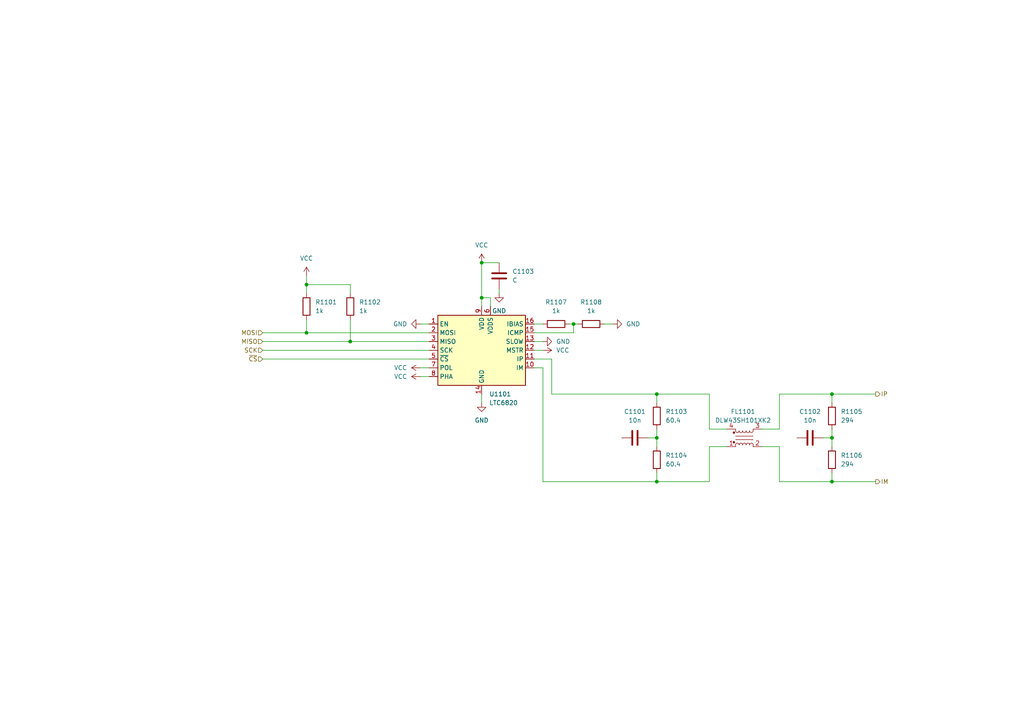
<source format=kicad_sch>
(kicad_sch (version 20230121) (generator eeschema)

  (uuid bf9090e9-61d8-4c35-805a-5abf6d8f0081)

  (paper "A4")

  (lib_symbols
    (symbol "Device:C" (pin_numbers hide) (pin_names (offset 0.254)) (in_bom yes) (on_board yes)
      (property "Reference" "C" (at 0.635 2.54 0)
        (effects (font (size 1.27 1.27)) (justify left))
      )
      (property "Value" "C" (at 0.635 -2.54 0)
        (effects (font (size 1.27 1.27)) (justify left))
      )
      (property "Footprint" "" (at 0.9652 -3.81 0)
        (effects (font (size 1.27 1.27)) hide)
      )
      (property "Datasheet" "~" (at 0 0 0)
        (effects (font (size 1.27 1.27)) hide)
      )
      (property "ki_keywords" "cap capacitor" (at 0 0 0)
        (effects (font (size 1.27 1.27)) hide)
      )
      (property "ki_description" "Unpolarized capacitor" (at 0 0 0)
        (effects (font (size 1.27 1.27)) hide)
      )
      (property "ki_fp_filters" "C_*" (at 0 0 0)
        (effects (font (size 1.27 1.27)) hide)
      )
      (symbol "C_0_1"
        (polyline
          (pts
            (xy -2.032 -0.762)
            (xy 2.032 -0.762)
          )
          (stroke (width 0.508) (type default))
          (fill (type none))
        )
        (polyline
          (pts
            (xy -2.032 0.762)
            (xy 2.032 0.762)
          )
          (stroke (width 0.508) (type default))
          (fill (type none))
        )
      )
      (symbol "C_1_1"
        (pin passive line (at 0 3.81 270) (length 2.794)
          (name "~" (effects (font (size 1.27 1.27))))
          (number "1" (effects (font (size 1.27 1.27))))
        )
        (pin passive line (at 0 -3.81 90) (length 2.794)
          (name "~" (effects (font (size 1.27 1.27))))
          (number "2" (effects (font (size 1.27 1.27))))
        )
      )
    )
    (symbol "Device:R" (pin_numbers hide) (pin_names (offset 0)) (in_bom yes) (on_board yes)
      (property "Reference" "R" (at 2.032 0 90)
        (effects (font (size 1.27 1.27)))
      )
      (property "Value" "R" (at 0 0 90)
        (effects (font (size 1.27 1.27)))
      )
      (property "Footprint" "" (at -1.778 0 90)
        (effects (font (size 1.27 1.27)) hide)
      )
      (property "Datasheet" "~" (at 0 0 0)
        (effects (font (size 1.27 1.27)) hide)
      )
      (property "ki_keywords" "R res resistor" (at 0 0 0)
        (effects (font (size 1.27 1.27)) hide)
      )
      (property "ki_description" "Resistor" (at 0 0 0)
        (effects (font (size 1.27 1.27)) hide)
      )
      (property "ki_fp_filters" "R_*" (at 0 0 0)
        (effects (font (size 1.27 1.27)) hide)
      )
      (symbol "R_0_1"
        (rectangle (start -1.016 -2.54) (end 1.016 2.54)
          (stroke (width 0.254) (type default))
          (fill (type none))
        )
      )
      (symbol "R_1_1"
        (pin passive line (at 0 3.81 270) (length 1.27)
          (name "~" (effects (font (size 1.27 1.27))))
          (number "1" (effects (font (size 1.27 1.27))))
        )
        (pin passive line (at 0 -3.81 90) (length 1.27)
          (name "~" (effects (font (size 1.27 1.27))))
          (number "2" (effects (font (size 1.27 1.27))))
        )
      )
    )
    (symbol "ProjectEV:CommonModeChoke_DLW43SH101" (pin_names (offset 0.254) hide) (in_bom yes) (on_board yes)
      (property "Reference" "FL" (at 0 4.445 0)
        (effects (font (size 1.27 1.27)))
      )
      (property "Value" "DLW43SH101" (at 0 -4.445 0)
        (effects (font (size 1.27 1.27)))
      )
      (property "Footprint" "ProjectEV:CommonModeChoke_DLW43SH101" (at 0 1.016 0)
        (effects (font (size 1.27 1.27)) hide)
      )
      (property "Datasheet" "https://www.murata.com/en-eu/products/productdata/8796758605854/QFLC9101.pdf" (at 0 1.016 0)
        (effects (font (size 1.27 1.27)) hide)
      )
      (property "ki_keywords" "EMI filter" (at 0 0 0)
        (effects (font (size 1.27 1.27)) hide)
      )
      (property "ki_description" "100 uH at 1 MHz, 50 VDC, 200 mA, 2 Ohms" (at 0 0 0)
        (effects (font (size 1.27 1.27)) hide)
      )
      (property "ki_fp_filters" "L_* L_CommonMode*" (at 0 0 0)
        (effects (font (size 1.27 1.27)) hide)
      )
      (symbol "CommonModeChoke_DLW43SH101_0_1"
        (circle (center -3.048 -1.27) (radius 0.254)
          (stroke (width 0) (type default))
          (fill (type outline))
        )
        (circle (center -3.048 1.524) (radius 0.254)
          (stroke (width 0) (type default))
          (fill (type outline))
        )
        (arc (start -2.54 2.032) (mid -2.032 1.5262) (end -1.524 2.032)
          (stroke (width 0) (type default))
          (fill (type none))
        )
        (arc (start -1.524 -2.032) (mid -2.032 -1.5262) (end -2.54 -2.032)
          (stroke (width 0) (type default))
          (fill (type none))
        )
        (arc (start -1.524 2.032) (mid -1.016 1.5262) (end -0.508 2.032)
          (stroke (width 0) (type default))
          (fill (type none))
        )
        (arc (start -0.508 -2.032) (mid -1.016 -1.5262) (end -1.524 -2.032)
          (stroke (width 0) (type default))
          (fill (type none))
        )
        (arc (start -0.508 2.032) (mid 0 1.5262) (end 0.508 2.032)
          (stroke (width 0) (type default))
          (fill (type none))
        )
        (polyline
          (pts
            (xy -2.54 -2.032)
            (xy -2.54 -2.54)
          )
          (stroke (width 0) (type default))
          (fill (type none))
        )
        (polyline
          (pts
            (xy -2.54 0.508)
            (xy 2.54 0.508)
          )
          (stroke (width 0) (type default))
          (fill (type none))
        )
        (polyline
          (pts
            (xy -2.54 2.032)
            (xy -2.54 2.54)
          )
          (stroke (width 0) (type default))
          (fill (type none))
        )
        (polyline
          (pts
            (xy 2.54 -2.032)
            (xy 2.54 -2.54)
          )
          (stroke (width 0) (type default))
          (fill (type none))
        )
        (polyline
          (pts
            (xy 2.54 -0.508)
            (xy -2.54 -0.508)
          )
          (stroke (width 0) (type default))
          (fill (type none))
        )
        (polyline
          (pts
            (xy 2.54 2.54)
            (xy 2.54 2.032)
          )
          (stroke (width 0) (type default))
          (fill (type none))
        )
        (arc (start 0.508 -2.032) (mid 0 -1.5262) (end -0.508 -2.032)
          (stroke (width 0) (type default))
          (fill (type none))
        )
        (arc (start 0.508 2.032) (mid 1.016 1.5262) (end 1.524 2.032)
          (stroke (width 0) (type default))
          (fill (type none))
        )
        (arc (start 1.524 -2.032) (mid 1.016 -1.5262) (end 0.508 -2.032)
          (stroke (width 0) (type default))
          (fill (type none))
        )
        (arc (start 1.524 2.032) (mid 2.032 1.5262) (end 2.54 2.032)
          (stroke (width 0) (type default))
          (fill (type none))
        )
        (arc (start 2.54 -2.032) (mid 2.032 -1.5262) (end 1.524 -2.032)
          (stroke (width 0) (type default))
          (fill (type none))
        )
      )
      (symbol "CommonModeChoke_DLW43SH101_1_1"
        (pin passive line (at -5.08 -2.54 0) (length 2.54)
          (name "1" (effects (font (size 1.27 1.27))))
          (number "1" (effects (font (size 1.27 1.27))))
        )
        (pin passive line (at 5.08 -2.54 180) (length 2.54)
          (name "2" (effects (font (size 1.27 1.27))))
          (number "2" (effects (font (size 1.27 1.27))))
        )
        (pin passive line (at 5.08 2.54 180) (length 2.54)
          (name "3" (effects (font (size 1.27 1.27))))
          (number "3" (effects (font (size 1.27 1.27))))
        )
        (pin passive line (at -5.08 2.54 0) (length 2.54)
          (name "4" (effects (font (size 1.27 1.27))))
          (number "4" (effects (font (size 1.27 1.27))))
        )
      )
    )
    (symbol "ProjectEV:Interface_LTC6820" (in_bom yes) (on_board yes)
      (property "Reference" "U" (at -10.16 13.97 0)
        (effects (font (size 1.27 1.27)))
      )
      (property "Value" "LTC6820" (at -7.62 11.43 0)
        (effects (font (size 1.27 1.27)))
      )
      (property "Footprint" "ProjectEV:Package_MSOP-16_3x4.039mm_P0.5mm_LTC6820" (at 0 0 0)
        (effects (font (size 1.27 1.27)) hide)
      )
      (property "Datasheet" "https://www.analog.com/media/en/technical-documentation/data-sheets/LTC6820.pdf" (at 0 -21.59 0)
        (effects (font (size 1.27 1.27)) hide)
      )
      (property "ki_description" "isoSPI interface" (at 0 0 0)
        (effects (font (size 1.27 1.27)) hide)
      )
      (symbol "Interface_LTC6820_1_1"
        (rectangle (start -12.7 10.16) (end 12.7 -10.16)
          (stroke (width 0.254) (type default))
          (fill (type background))
        )
        (pin passive line (at -15.24 7.62 0) (length 2.54)
          (name "EN" (effects (font (size 1.27 1.27))))
          (number "1" (effects (font (size 1.27 1.27))))
        )
        (pin passive line (at 15.24 -5.08 180) (length 2.54)
          (name "IM" (effects (font (size 1.27 1.27))))
          (number "10" (effects (font (size 1.27 1.27))))
        )
        (pin passive line (at 15.24 -2.54 180) (length 2.54)
          (name "IP" (effects (font (size 1.27 1.27))))
          (number "11" (effects (font (size 1.27 1.27))))
        )
        (pin passive line (at 15.24 0 180) (length 2.54)
          (name "MSTR" (effects (font (size 1.27 1.27))))
          (number "12" (effects (font (size 1.27 1.27))))
        )
        (pin passive line (at 15.24 2.54 180) (length 2.54)
          (name "SLOW" (effects (font (size 1.27 1.27))))
          (number "13" (effects (font (size 1.27 1.27))))
        )
        (pin passive line (at 0 -12.7 90) (length 2.54)
          (name "GND" (effects (font (size 1.27 1.27))))
          (number "14" (effects (font (size 1.27 1.27))))
        )
        (pin passive line (at 15.24 5.08 180) (length 2.54)
          (name "ICMP" (effects (font (size 1.27 1.27))))
          (number "15" (effects (font (size 1.27 1.27))))
        )
        (pin passive line (at 15.24 7.62 180) (length 2.54)
          (name "IBIAS" (effects (font (size 1.27 1.27))))
          (number "16" (effects (font (size 1.27 1.27))))
        )
        (pin passive line (at -15.24 5.08 0) (length 2.54)
          (name "MOSI" (effects (font (size 1.27 1.27))))
          (number "2" (effects (font (size 1.27 1.27))))
        )
        (pin passive line (at -15.24 2.54 0) (length 2.54)
          (name "MISO" (effects (font (size 1.27 1.27))))
          (number "3" (effects (font (size 1.27 1.27))))
        )
        (pin passive line (at -15.24 0 0) (length 2.54)
          (name "SCK" (effects (font (size 1.27 1.27))))
          (number "4" (effects (font (size 1.27 1.27))))
        )
        (pin passive line (at -15.24 -2.54 0) (length 2.54)
          (name "~{CS}" (effects (font (size 1.27 1.27))))
          (number "5" (effects (font (size 1.27 1.27))))
        )
        (pin power_in line (at 2.54 12.7 270) (length 2.54)
          (name "VDDS" (effects (font (size 1.27 1.27))))
          (number "6" (effects (font (size 1.27 1.27))))
        )
        (pin passive line (at -15.24 -5.08 0) (length 2.54)
          (name "POL" (effects (font (size 1.27 1.27))))
          (number "7" (effects (font (size 1.27 1.27))))
        )
        (pin passive line (at -15.24 -7.62 0) (length 2.54)
          (name "PHA" (effects (font (size 1.27 1.27))))
          (number "8" (effects (font (size 1.27 1.27))))
        )
        (pin power_in line (at 0 12.7 270) (length 2.54)
          (name "VDD" (effects (font (size 1.27 1.27))))
          (number "9" (effects (font (size 1.27 1.27))))
        )
      )
    )
    (symbol "power:GND" (power) (pin_names (offset 0)) (in_bom yes) (on_board yes)
      (property "Reference" "#PWR" (at 0 -6.35 0)
        (effects (font (size 1.27 1.27)) hide)
      )
      (property "Value" "GND" (at 0 -3.81 0)
        (effects (font (size 1.27 1.27)))
      )
      (property "Footprint" "" (at 0 0 0)
        (effects (font (size 1.27 1.27)) hide)
      )
      (property "Datasheet" "" (at 0 0 0)
        (effects (font (size 1.27 1.27)) hide)
      )
      (property "ki_keywords" "global power" (at 0 0 0)
        (effects (font (size 1.27 1.27)) hide)
      )
      (property "ki_description" "Power symbol creates a global label with name \"GND\" , ground" (at 0 0 0)
        (effects (font (size 1.27 1.27)) hide)
      )
      (symbol "GND_0_1"
        (polyline
          (pts
            (xy 0 0)
            (xy 0 -1.27)
            (xy 1.27 -1.27)
            (xy 0 -2.54)
            (xy -1.27 -1.27)
            (xy 0 -1.27)
          )
          (stroke (width 0) (type default))
          (fill (type none))
        )
      )
      (symbol "GND_1_1"
        (pin power_in line (at 0 0 270) (length 0) hide
          (name "GND" (effects (font (size 1.27 1.27))))
          (number "1" (effects (font (size 1.27 1.27))))
        )
      )
    )
    (symbol "power:VCC" (power) (pin_names (offset 0)) (in_bom yes) (on_board yes)
      (property "Reference" "#PWR" (at 0 -3.81 0)
        (effects (font (size 1.27 1.27)) hide)
      )
      (property "Value" "VCC" (at 0 3.81 0)
        (effects (font (size 1.27 1.27)))
      )
      (property "Footprint" "" (at 0 0 0)
        (effects (font (size 1.27 1.27)) hide)
      )
      (property "Datasheet" "" (at 0 0 0)
        (effects (font (size 1.27 1.27)) hide)
      )
      (property "ki_keywords" "global power" (at 0 0 0)
        (effects (font (size 1.27 1.27)) hide)
      )
      (property "ki_description" "Power symbol creates a global label with name \"VCC\"" (at 0 0 0)
        (effects (font (size 1.27 1.27)) hide)
      )
      (symbol "VCC_0_1"
        (polyline
          (pts
            (xy -0.762 1.27)
            (xy 0 2.54)
          )
          (stroke (width 0) (type default))
          (fill (type none))
        )
        (polyline
          (pts
            (xy 0 0)
            (xy 0 2.54)
          )
          (stroke (width 0) (type default))
          (fill (type none))
        )
        (polyline
          (pts
            (xy 0 2.54)
            (xy 0.762 1.27)
          )
          (stroke (width 0) (type default))
          (fill (type none))
        )
      )
      (symbol "VCC_1_1"
        (pin power_in line (at 0 0 90) (length 0) hide
          (name "VCC" (effects (font (size 1.27 1.27))))
          (number "1" (effects (font (size 1.27 1.27))))
        )
      )
    )
  )

  (junction (at 88.9 96.52) (diameter 0) (color 0 0 0 0)
    (uuid 02518b4a-3146-4f3b-b5c4-1efa8e5fb99f)
  )
  (junction (at 190.5 139.7) (diameter 0) (color 0 0 0 0)
    (uuid 1344bce7-a0d9-4417-bb28-e959fc4354b5)
  )
  (junction (at 88.9 82.55) (diameter 0) (color 0 0 0 0)
    (uuid 329c14ec-f3f7-4318-9fae-855435625701)
  )
  (junction (at 139.7 76.2) (diameter 0) (color 0 0 0 0)
    (uuid 3bd3fce1-aa5b-4cda-a6b5-7571303a93f9)
  )
  (junction (at 190.5 127) (diameter 0) (color 0 0 0 0)
    (uuid 3da18605-34a8-450c-b669-38f5dca25a49)
  )
  (junction (at 101.6 99.06) (diameter 0) (color 0 0 0 0)
    (uuid 54f9bb1f-f94d-4671-aa17-d547e4ffe2da)
  )
  (junction (at 241.3 127) (diameter 0) (color 0 0 0 0)
    (uuid 819c6c58-cb92-4c60-a251-7a7f119a99e9)
  )
  (junction (at 241.3 139.7) (diameter 0) (color 0 0 0 0)
    (uuid 94bc63c1-0295-472f-8247-5ec7ac629317)
  )
  (junction (at 190.5 114.3) (diameter 0) (color 0 0 0 0)
    (uuid 9d297a1f-be60-4f3d-9f42-fc8640114e7f)
  )
  (junction (at 241.3 114.3) (diameter 0) (color 0 0 0 0)
    (uuid b226dfb9-120b-4ff6-ad11-82b87054a06f)
  )
  (junction (at 139.7 86.36) (diameter 0) (color 0 0 0 0)
    (uuid bcdb55e3-a76b-4d55-99d7-fc9f9c9811ba)
  )
  (junction (at 166.37 93.98) (diameter 0) (color 0 0 0 0)
    (uuid e492bb16-706d-4a49-8053-38d34feb29a8)
  )

  (wire (pts (xy 205.74 129.54) (xy 210.82 129.54))
    (stroke (width 0) (type default))
    (uuid 0e788a5f-f7fe-406d-9934-f30c650d6883)
  )
  (wire (pts (xy 160.02 114.3) (xy 190.5 114.3))
    (stroke (width 0) (type default))
    (uuid 0f6414fc-9071-4923-9af6-a4cc3fa20264)
  )
  (wire (pts (xy 205.74 139.7) (xy 205.74 129.54))
    (stroke (width 0) (type default))
    (uuid 13115cb2-d73c-4132-ae1d-f6912d46fadc)
  )
  (wire (pts (xy 241.3 139.7) (xy 254 139.7))
    (stroke (width 0) (type default))
    (uuid 165cd96d-ee6c-4a09-9cb5-fee893d10793)
  )
  (wire (pts (xy 165.1 93.98) (xy 166.37 93.98))
    (stroke (width 0) (type default))
    (uuid 16fd9865-2eee-49d9-a941-461f6aed0db1)
  )
  (wire (pts (xy 101.6 92.71) (xy 101.6 99.06))
    (stroke (width 0) (type default))
    (uuid 17ff94bc-e937-4d3d-bd9e-18f28af305c5)
  )
  (wire (pts (xy 241.3 114.3) (xy 254 114.3))
    (stroke (width 0) (type default))
    (uuid 240ae554-6961-40ec-9b4c-ea8e0281e25c)
  )
  (wire (pts (xy 76.2 104.14) (xy 124.46 104.14))
    (stroke (width 0) (type default))
    (uuid 2961abdd-e925-436e-b808-c10494373cc0)
  )
  (wire (pts (xy 160.02 104.14) (xy 160.02 114.3))
    (stroke (width 0) (type default))
    (uuid 2c48c50b-41fa-46ea-99b3-607ebd89566e)
  )
  (wire (pts (xy 88.9 80.01) (xy 88.9 82.55))
    (stroke (width 0) (type default))
    (uuid 3190a40f-48ac-42b3-a2ac-5a93f612d3e1)
  )
  (wire (pts (xy 101.6 85.09) (xy 101.6 82.55))
    (stroke (width 0) (type default))
    (uuid 33cd455c-daba-4b2c-b763-9b6c10467cce)
  )
  (wire (pts (xy 190.5 127) (xy 190.5 129.54))
    (stroke (width 0) (type default))
    (uuid 37ad425c-7c45-45d7-96f8-908dda4212b9)
  )
  (wire (pts (xy 121.92 93.98) (xy 124.46 93.98))
    (stroke (width 0) (type default))
    (uuid 38f10293-f652-4bac-ba55-a4d1437b6a9e)
  )
  (wire (pts (xy 154.94 96.52) (xy 166.37 96.52))
    (stroke (width 0) (type default))
    (uuid 3f1784cc-af70-48b0-8a31-a1538b248d7f)
  )
  (wire (pts (xy 76.2 96.52) (xy 88.9 96.52))
    (stroke (width 0) (type default))
    (uuid 4590f805-c515-4b1f-b70c-9f0cc81ef4e6)
  )
  (wire (pts (xy 226.06 129.54) (xy 220.98 129.54))
    (stroke (width 0) (type default))
    (uuid 4c426a1f-3b02-4e65-9adc-09d0f423d454)
  )
  (wire (pts (xy 166.37 96.52) (xy 166.37 93.98))
    (stroke (width 0) (type default))
    (uuid 4cd2cc97-b06f-4e23-9ada-c66986d5d028)
  )
  (wire (pts (xy 139.7 114.3) (xy 139.7 116.84))
    (stroke (width 0) (type default))
    (uuid 4d6fb0ae-0541-4905-a0eb-6c44867cf289)
  )
  (wire (pts (xy 157.48 106.68) (xy 157.48 139.7))
    (stroke (width 0) (type default))
    (uuid 51681c5b-115d-44e1-88e1-eb34b0eeee9a)
  )
  (wire (pts (xy 238.76 127) (xy 241.3 127))
    (stroke (width 0) (type default))
    (uuid 55be5d71-c0ad-482a-81f8-2fd8994eba45)
  )
  (wire (pts (xy 166.37 93.98) (xy 167.64 93.98))
    (stroke (width 0) (type default))
    (uuid 572f834e-eacb-4a5d-be0d-6d5c893f0065)
  )
  (wire (pts (xy 144.78 83.82) (xy 144.78 85.09))
    (stroke (width 0) (type default))
    (uuid 5a583204-b587-497d-946b-0908fb3ec705)
  )
  (wire (pts (xy 220.98 124.46) (xy 226.06 124.46))
    (stroke (width 0) (type default))
    (uuid 5e2e16dc-f2e9-4668-b6a9-131ef21b689f)
  )
  (wire (pts (xy 241.3 114.3) (xy 241.3 116.84))
    (stroke (width 0) (type default))
    (uuid 607a9438-e93b-42a7-b596-78c1279e2ee4)
  )
  (wire (pts (xy 190.5 114.3) (xy 190.5 116.84))
    (stroke (width 0) (type default))
    (uuid 67d65802-5168-4432-957e-05e3466b60b7)
  )
  (wire (pts (xy 175.26 93.98) (xy 177.8 93.98))
    (stroke (width 0) (type default))
    (uuid 67e980fc-8399-402f-a8ad-7e35faf98000)
  )
  (wire (pts (xy 205.74 114.3) (xy 205.74 124.46))
    (stroke (width 0) (type default))
    (uuid 74cfec89-85f2-476b-93b8-c106f78ffbd6)
  )
  (wire (pts (xy 139.7 86.36) (xy 139.7 88.9))
    (stroke (width 0) (type default))
    (uuid 82a5f2d4-4136-4503-a60a-d676152171bc)
  )
  (wire (pts (xy 154.94 106.68) (xy 157.48 106.68))
    (stroke (width 0) (type default))
    (uuid 8405a496-1ff7-4ad4-9486-72664eff954f)
  )
  (wire (pts (xy 154.94 104.14) (xy 160.02 104.14))
    (stroke (width 0) (type default))
    (uuid 862c2600-3ba2-4ec2-af91-937c1f613a75)
  )
  (wire (pts (xy 226.06 114.3) (xy 241.3 114.3))
    (stroke (width 0) (type default))
    (uuid 8faae88f-e376-4fa5-a5f9-e144463f2271)
  )
  (wire (pts (xy 76.2 101.6) (xy 124.46 101.6))
    (stroke (width 0) (type default))
    (uuid 90be2d35-dda3-49ec-9fa0-c076489f469f)
  )
  (wire (pts (xy 241.3 137.16) (xy 241.3 139.7))
    (stroke (width 0) (type default))
    (uuid 91587f42-8a83-4b96-a618-3fbdceb707ec)
  )
  (wire (pts (xy 76.2 99.06) (xy 101.6 99.06))
    (stroke (width 0) (type default))
    (uuid 92c1e05d-da53-4c79-9bc7-92d7ecc5b74b)
  )
  (wire (pts (xy 88.9 82.55) (xy 88.9 85.09))
    (stroke (width 0) (type default))
    (uuid 96bed544-9222-42fd-b1d0-b54876d07e0a)
  )
  (wire (pts (xy 190.5 114.3) (xy 205.74 114.3))
    (stroke (width 0) (type default))
    (uuid 96fb4be2-6137-4e0d-bff2-005747fb76f7)
  )
  (wire (pts (xy 190.5 124.46) (xy 190.5 127))
    (stroke (width 0) (type default))
    (uuid 9831bbec-4d89-466c-baeb-bd29c306c0f7)
  )
  (wire (pts (xy 121.92 106.68) (xy 124.46 106.68))
    (stroke (width 0) (type default))
    (uuid 9be365ac-142d-4fca-b0ea-397bc94b9c51)
  )
  (wire (pts (xy 142.24 88.9) (xy 142.24 86.36))
    (stroke (width 0) (type default))
    (uuid a139eecc-87ae-43f5-8097-2fe74d02658a)
  )
  (wire (pts (xy 88.9 96.52) (xy 124.46 96.52))
    (stroke (width 0) (type default))
    (uuid a612eede-d98b-459c-9641-9d52b85f0fa8)
  )
  (wire (pts (xy 241.3 127) (xy 241.3 129.54))
    (stroke (width 0) (type default))
    (uuid a8493f07-2747-47cb-9577-452c23748712)
  )
  (wire (pts (xy 121.92 109.22) (xy 124.46 109.22))
    (stroke (width 0) (type default))
    (uuid ae83f09e-693e-4752-9282-389529b33af0)
  )
  (wire (pts (xy 154.94 93.98) (xy 157.48 93.98))
    (stroke (width 0) (type default))
    (uuid b3005d75-18be-433e-a114-c869edd88aef)
  )
  (wire (pts (xy 101.6 99.06) (xy 124.46 99.06))
    (stroke (width 0) (type default))
    (uuid bee8605a-8f08-44f8-b884-da32fa3bb719)
  )
  (wire (pts (xy 157.48 139.7) (xy 190.5 139.7))
    (stroke (width 0) (type default))
    (uuid c3b786e4-e4f8-4909-a3a6-2fa88dad5e72)
  )
  (wire (pts (xy 101.6 82.55) (xy 88.9 82.55))
    (stroke (width 0) (type default))
    (uuid c55f78bb-0ea9-4f42-9e86-da1e3905b899)
  )
  (wire (pts (xy 190.5 139.7) (xy 205.74 139.7))
    (stroke (width 0) (type default))
    (uuid c675c542-fa42-4880-b6ba-872775902790)
  )
  (wire (pts (xy 190.5 137.16) (xy 190.5 139.7))
    (stroke (width 0) (type default))
    (uuid cdf6efeb-5ced-4390-82b7-9e915a2efb67)
  )
  (wire (pts (xy 142.24 86.36) (xy 139.7 86.36))
    (stroke (width 0) (type default))
    (uuid cfea0c43-677c-44e6-ba65-88fd45dd8956)
  )
  (wire (pts (xy 187.96 127) (xy 190.5 127))
    (stroke (width 0) (type default))
    (uuid dbba1ec3-be93-454c-b23c-c4c99ebeaa3b)
  )
  (wire (pts (xy 88.9 92.71) (xy 88.9 96.52))
    (stroke (width 0) (type default))
    (uuid dd898aae-94b8-4334-9354-eb18d1722376)
  )
  (wire (pts (xy 205.74 124.46) (xy 210.82 124.46))
    (stroke (width 0) (type default))
    (uuid e29eac2d-aac4-4d2c-83c3-454ec8d58522)
  )
  (wire (pts (xy 241.3 124.46) (xy 241.3 127))
    (stroke (width 0) (type default))
    (uuid e82d2f3a-5d7e-43a2-a31e-2c009bf8ab9a)
  )
  (wire (pts (xy 241.3 139.7) (xy 226.06 139.7))
    (stroke (width 0) (type default))
    (uuid ed9ecaa2-81fc-450f-ba9f-6410748a0a95)
  )
  (wire (pts (xy 154.94 101.6) (xy 157.48 101.6))
    (stroke (width 0) (type default))
    (uuid f17152ca-4ec8-43f6-aa51-c9e9e1268cfc)
  )
  (wire (pts (xy 226.06 124.46) (xy 226.06 114.3))
    (stroke (width 0) (type default))
    (uuid f3ec0d9a-9b2c-45e9-85fd-ab00b65bc731)
  )
  (wire (pts (xy 154.94 99.06) (xy 157.48 99.06))
    (stroke (width 0) (type default))
    (uuid f813f6f9-2ebb-4f4d-80d0-4a96493d9019)
  )
  (wire (pts (xy 139.7 76.2) (xy 139.7 86.36))
    (stroke (width 0) (type default))
    (uuid fc4ce56b-c228-46f2-bd3b-c4f4394ac09e)
  )
  (wire (pts (xy 226.06 139.7) (xy 226.06 129.54))
    (stroke (width 0) (type default))
    (uuid fe6add26-0c23-4229-8eab-831b6075c88e)
  )
  (wire (pts (xy 139.7 76.2) (xy 144.78 76.2))
    (stroke (width 0) (type default))
    (uuid ffd78a32-d7c1-499f-89ab-046598445f47)
  )

  (hierarchical_label "~{CS}" (shape input) (at 76.2 104.14 180) (fields_autoplaced)
    (effects (font (size 1.27 1.27)) (justify right))
    (uuid 1dc29df9-f769-498f-ae5f-333a2461c036)
  )
  (hierarchical_label "SCK" (shape input) (at 76.2 101.6 180) (fields_autoplaced)
    (effects (font (size 1.27 1.27)) (justify right))
    (uuid 23c9992c-5297-4ec8-8781-ecad3c284445)
  )
  (hierarchical_label "MOSI" (shape input) (at 76.2 96.52 180) (fields_autoplaced)
    (effects (font (size 1.27 1.27)) (justify right))
    (uuid 2c9bf147-6870-4d4b-bd91-f9e2a09de681)
  )
  (hierarchical_label "IM" (shape output) (at 254 139.7 0) (fields_autoplaced)
    (effects (font (size 1.27 1.27)) (justify left))
    (uuid 3c9631ec-bc1c-4220-9c1d-5947f74930d1)
  )
  (hierarchical_label "IP" (shape output) (at 254 114.3 0) (fields_autoplaced)
    (effects (font (size 1.27 1.27)) (justify left))
    (uuid 6f9a6c1a-6a40-4648-9598-7c8ca8a7b6f5)
  )
  (hierarchical_label "MISO" (shape input) (at 76.2 99.06 180) (fields_autoplaced)
    (effects (font (size 1.27 1.27)) (justify right))
    (uuid ae70c457-92d5-40ed-af0b-1d416d6e6453)
  )

  (symbol (lib_id "Device:R") (at 190.5 133.35 180) (unit 1)
    (in_bom yes) (on_board yes) (dnp no) (fields_autoplaced)
    (uuid 0108ea9d-1f41-49a4-bdb2-0daf34e571ca)
    (property "Reference" "R1104" (at 193.04 132.08 0)
      (effects (font (size 1.27 1.27)) (justify right))
    )
    (property "Value" "60.4" (at 193.04 134.62 0)
      (effects (font (size 1.27 1.27)) (justify right))
    )
    (property "Footprint" "Resistor_SMD:R_0603_1608Metric" (at 192.278 133.35 90)
      (effects (font (size 1.27 1.27)) hide)
    )
    (property "Datasheet" "~" (at 190.5 133.35 0)
      (effects (font (size 1.27 1.27)) hide)
    )
    (pin "1" (uuid 539078ca-3448-48eb-9508-177e0cd85a1f))
    (pin "2" (uuid 0530c6b7-5165-4492-9a78-758f4c72595c))
    (instances
      (project "AMS-board-2024"
        (path "/3a719eb3-09ce-4343-8f6e-20cc0aaf5261/6c88c007-deae-4ed6-a37c-9d5c4c750b8f/e78e9a17-6dfa-4790-b63f-83a7a3017fa5"
          (reference "R1104") (unit 1)
        )
      )
    )
  )

  (symbol (lib_id "power:GND") (at 177.8 93.98 90) (unit 1)
    (in_bom yes) (on_board yes) (dnp no) (fields_autoplaced)
    (uuid 0a55a70c-5d90-4ea0-9494-9056400ee650)
    (property "Reference" "#PWR01109" (at 184.15 93.98 0)
      (effects (font (size 1.27 1.27)) hide)
    )
    (property "Value" "GND" (at 181.61 93.98 90)
      (effects (font (size 1.27 1.27)) (justify right))
    )
    (property "Footprint" "" (at 177.8 93.98 0)
      (effects (font (size 1.27 1.27)) hide)
    )
    (property "Datasheet" "" (at 177.8 93.98 0)
      (effects (font (size 1.27 1.27)) hide)
    )
    (pin "1" (uuid 26cb52a8-1c0f-4c58-a333-59ccb1039fd0))
    (instances
      (project "AMS-board-2024"
        (path "/3a719eb3-09ce-4343-8f6e-20cc0aaf5261/6c88c007-deae-4ed6-a37c-9d5c4c750b8f/e78e9a17-6dfa-4790-b63f-83a7a3017fa5"
          (reference "#PWR01109") (unit 1)
        )
      )
    )
  )

  (symbol (lib_id "power:VCC") (at 121.92 109.22 90) (unit 1)
    (in_bom yes) (on_board yes) (dnp no) (fields_autoplaced)
    (uuid 36ea6bd4-dba0-45a3-aa64-565d8e307b5b)
    (property "Reference" "#PWR01103" (at 125.73 109.22 0)
      (effects (font (size 1.27 1.27)) hide)
    )
    (property "Value" "VCC" (at 118.11 109.22 90)
      (effects (font (size 1.27 1.27)) (justify left))
    )
    (property "Footprint" "" (at 121.92 109.22 0)
      (effects (font (size 1.27 1.27)) hide)
    )
    (property "Datasheet" "" (at 121.92 109.22 0)
      (effects (font (size 1.27 1.27)) hide)
    )
    (pin "1" (uuid 7957c67e-7d0e-403f-8d81-2211b35ef8b7))
    (instances
      (project "AMS-board-2024"
        (path "/3a719eb3-09ce-4343-8f6e-20cc0aaf5261/6c88c007-deae-4ed6-a37c-9d5c4c750b8f/e78e9a17-6dfa-4790-b63f-83a7a3017fa5"
          (reference "#PWR01103") (unit 1)
        )
      )
    )
  )

  (symbol (lib_id "Device:R") (at 161.29 93.98 270) (unit 1)
    (in_bom yes) (on_board yes) (dnp no) (fields_autoplaced)
    (uuid 5dab34dd-4b7a-4098-a3ba-eaad25b85290)
    (property "Reference" "R1107" (at 161.29 87.63 90)
      (effects (font (size 1.27 1.27)))
    )
    (property "Value" "1k" (at 161.29 90.17 90)
      (effects (font (size 1.27 1.27)))
    )
    (property "Footprint" "Resistor_SMD:R_0603_1608Metric" (at 161.29 92.202 90)
      (effects (font (size 1.27 1.27)) hide)
    )
    (property "Datasheet" "~" (at 161.29 93.98 0)
      (effects (font (size 1.27 1.27)) hide)
    )
    (pin "1" (uuid 8b8ce9a0-cfff-4929-b9ec-06f203678945))
    (pin "2" (uuid 8db81d8b-c431-44a6-8092-527bc4439062))
    (instances
      (project "AMS-board-2024"
        (path "/3a719eb3-09ce-4343-8f6e-20cc0aaf5261/6c88c007-deae-4ed6-a37c-9d5c4c750b8f/e78e9a17-6dfa-4790-b63f-83a7a3017fa5"
          (reference "R1107") (unit 1)
        )
      )
    )
  )

  (symbol (lib_id "power:GND") (at 139.7 116.84 0) (unit 1)
    (in_bom yes) (on_board yes) (dnp no) (fields_autoplaced)
    (uuid 601e3a44-0033-4fa5-a8ff-2420595abbaf)
    (property "Reference" "#PWR01106" (at 139.7 123.19 0)
      (effects (font (size 1.27 1.27)) hide)
    )
    (property "Value" "GND" (at 139.7 121.92 0)
      (effects (font (size 1.27 1.27)))
    )
    (property "Footprint" "" (at 139.7 116.84 0)
      (effects (font (size 1.27 1.27)) hide)
    )
    (property "Datasheet" "" (at 139.7 116.84 0)
      (effects (font (size 1.27 1.27)) hide)
    )
    (pin "1" (uuid 07808033-bfe7-4e80-823d-a18bf69a0e3a))
    (instances
      (project "AMS-board-2024"
        (path "/3a719eb3-09ce-4343-8f6e-20cc0aaf5261/6c88c007-deae-4ed6-a37c-9d5c4c750b8f/e78e9a17-6dfa-4790-b63f-83a7a3017fa5"
          (reference "#PWR01106") (unit 1)
        )
      )
    )
  )

  (symbol (lib_id "Device:R") (at 101.6 88.9 0) (unit 1)
    (in_bom yes) (on_board yes) (dnp no) (fields_autoplaced)
    (uuid 6bb45356-cf52-49b0-a639-42d52eb9e64c)
    (property "Reference" "R1102" (at 104.14 87.63 0)
      (effects (font (size 1.27 1.27)) (justify left))
    )
    (property "Value" "1k" (at 104.14 90.17 0)
      (effects (font (size 1.27 1.27)) (justify left))
    )
    (property "Footprint" "Resistor_SMD:R_0603_1608Metric" (at 99.822 88.9 90)
      (effects (font (size 1.27 1.27)) hide)
    )
    (property "Datasheet" "~" (at 101.6 88.9 0)
      (effects (font (size 1.27 1.27)) hide)
    )
    (pin "1" (uuid 3524612a-c314-4f36-85a4-573b6daede83))
    (pin "2" (uuid d838f0ce-7c29-4258-a6f8-7b5aa6248c14))
    (instances
      (project "AMS-board-2024"
        (path "/3a719eb3-09ce-4343-8f6e-20cc0aaf5261/6c88c007-deae-4ed6-a37c-9d5c4c750b8f/e78e9a17-6dfa-4790-b63f-83a7a3017fa5"
          (reference "R1102") (unit 1)
        )
      )
    )
  )

  (symbol (lib_id "ProjectEV:Interface_LTC6820") (at 139.7 101.6 0) (unit 1)
    (in_bom yes) (on_board yes) (dnp no) (fields_autoplaced)
    (uuid 6bb659ba-5d6f-41c3-a297-94b51077409a)
    (property "Reference" "U1101" (at 141.8941 114.3 0)
      (effects (font (size 1.27 1.27)) (justify left))
    )
    (property "Value" "LTC6820" (at 141.8941 116.84 0)
      (effects (font (size 1.27 1.27)) (justify left))
    )
    (property "Footprint" "ProjectEV:Package_MSOP-16_3x4.039mm_P0.5mm_LTC6820" (at 139.7 101.6 0)
      (effects (font (size 1.27 1.27)) hide)
    )
    (property "Datasheet" "https://www.analog.com/media/en/technical-documentation/data-sheets/LTC6820.pdf" (at 139.7 123.19 0)
      (effects (font (size 1.27 1.27)) hide)
    )
    (pin "1" (uuid cd14f600-5806-4cd8-b129-f34c34a87cdc))
    (pin "13" (uuid 5e0aca2f-0fbe-47e8-af8c-69c40ea90c44))
    (pin "15" (uuid 80679070-abab-44cf-bb5f-d571b35c10ea))
    (pin "16" (uuid a7d079d4-19bb-408f-a7b6-471812f9022b))
    (pin "5" (uuid 12486bf0-b93d-4a13-8ffc-6f050bb0ee45))
    (pin "14" (uuid 8bcfd727-2c5d-43e7-8134-26a105231138))
    (pin "12" (uuid 8dc53abc-bae6-48c6-aa2d-4ad66c9265ba))
    (pin "6" (uuid 697e74ab-f370-43f2-8a3f-96b816d2024c))
    (pin "8" (uuid 8a6c4bef-ea6d-43cd-aadd-72b2c012e24b))
    (pin "3" (uuid b455b841-353a-40ea-8a2f-319f278722aa))
    (pin "9" (uuid 02083aca-6480-42fc-ae78-bff274e2e959))
    (pin "2" (uuid f3c60a67-f5b6-4d81-8f55-28ed24c9fb3c))
    (pin "10" (uuid 04df4882-4493-4721-8344-088ee0c954f2))
    (pin "4" (uuid 4c5ddd82-2216-4a30-b9ba-bf3c8bd0954f))
    (pin "11" (uuid b0e7e4a7-2796-4c99-ba6e-ccfb7acf1813))
    (pin "7" (uuid 31d16a22-bb19-437a-b2e7-d7890a22c898))
    (instances
      (project "AMS-board-2024"
        (path "/3a719eb3-09ce-4343-8f6e-20cc0aaf5261/6c88c007-deae-4ed6-a37c-9d5c4c750b8f/e78e9a17-6dfa-4790-b63f-83a7a3017fa5"
          (reference "U1101") (unit 1)
        )
      )
    )
  )

  (symbol (lib_id "power:VCC") (at 139.7 76.2 0) (unit 1)
    (in_bom yes) (on_board yes) (dnp no) (fields_autoplaced)
    (uuid 6c505b8e-78bc-419f-915e-4ad867b9c8e3)
    (property "Reference" "#PWR01107" (at 139.7 80.01 0)
      (effects (font (size 1.27 1.27)) hide)
    )
    (property "Value" "VCC" (at 139.7 71.12 0)
      (effects (font (size 1.27 1.27)))
    )
    (property "Footprint" "" (at 139.7 76.2 0)
      (effects (font (size 1.27 1.27)) hide)
    )
    (property "Datasheet" "" (at 139.7 76.2 0)
      (effects (font (size 1.27 1.27)) hide)
    )
    (pin "1" (uuid 239c5043-d3be-457a-b20f-7e26e6aae38e))
    (instances
      (project "AMS-board-2024"
        (path "/3a719eb3-09ce-4343-8f6e-20cc0aaf5261/6c88c007-deae-4ed6-a37c-9d5c4c750b8f/e78e9a17-6dfa-4790-b63f-83a7a3017fa5"
          (reference "#PWR01107") (unit 1)
        )
      )
    )
  )

  (symbol (lib_id "Device:C") (at 184.15 127 90) (unit 1)
    (in_bom yes) (on_board yes) (dnp no) (fields_autoplaced)
    (uuid 739a5557-4a3d-4529-b4f8-4025215bec13)
    (property "Reference" "C1101" (at 184.15 119.38 90)
      (effects (font (size 1.27 1.27)))
    )
    (property "Value" "10n" (at 184.15 121.92 90)
      (effects (font (size 1.27 1.27)))
    )
    (property "Footprint" "Capacitor_SMD:C_0603_1608Metric" (at 187.96 126.0348 0)
      (effects (font (size 1.27 1.27)) hide)
    )
    (property "Datasheet" "~" (at 184.15 127 0)
      (effects (font (size 1.27 1.27)) hide)
    )
    (pin "1" (uuid cfb943d4-ecd5-4127-9502-65aa8b2a03ba))
    (pin "2" (uuid 17c508ba-3834-4ef2-8ddf-47040e5d885b))
    (instances
      (project "AMS-board-2024"
        (path "/3a719eb3-09ce-4343-8f6e-20cc0aaf5261/6c88c007-deae-4ed6-a37c-9d5c4c750b8f/e78e9a17-6dfa-4790-b63f-83a7a3017fa5"
          (reference "C1101") (unit 1)
        )
      )
    )
  )

  (symbol (lib_id "Device:C") (at 234.95 127 90) (unit 1)
    (in_bom yes) (on_board yes) (dnp no) (fields_autoplaced)
    (uuid 759dda4a-0305-462b-98ad-6f921c55a14d)
    (property "Reference" "C1102" (at 234.95 119.38 90)
      (effects (font (size 1.27 1.27)))
    )
    (property "Value" "10n" (at 234.95 121.92 90)
      (effects (font (size 1.27 1.27)))
    )
    (property "Footprint" "Capacitor_SMD:C_0603_1608Metric" (at 238.76 126.0348 0)
      (effects (font (size 1.27 1.27)) hide)
    )
    (property "Datasheet" "~" (at 234.95 127 0)
      (effects (font (size 1.27 1.27)) hide)
    )
    (pin "1" (uuid 17b2c5f1-f333-48a1-bb26-9d375772a94b))
    (pin "2" (uuid 4bcc044d-e19d-4e21-835b-0998e8504487))
    (instances
      (project "AMS-board-2024"
        (path "/3a719eb3-09ce-4343-8f6e-20cc0aaf5261/6c88c007-deae-4ed6-a37c-9d5c4c750b8f/e78e9a17-6dfa-4790-b63f-83a7a3017fa5"
          (reference "C1102") (unit 1)
        )
      )
    )
  )

  (symbol (lib_id "Device:R") (at 241.3 120.65 180) (unit 1)
    (in_bom yes) (on_board yes) (dnp no) (fields_autoplaced)
    (uuid 7ab3ee91-7872-4ef6-b0c7-d50a51793c5c)
    (property "Reference" "R1105" (at 243.84 119.38 0)
      (effects (font (size 1.27 1.27)) (justify right))
    )
    (property "Value" "294" (at 243.84 121.92 0)
      (effects (font (size 1.27 1.27)) (justify right))
    )
    (property "Footprint" "Resistor_SMD:R_0603_1608Metric" (at 243.078 120.65 90)
      (effects (font (size 1.27 1.27)) hide)
    )
    (property "Datasheet" "~" (at 241.3 120.65 0)
      (effects (font (size 1.27 1.27)) hide)
    )
    (pin "1" (uuid ac707af6-3eea-48ac-a1c0-eef6259f303a))
    (pin "2" (uuid cbdec5c1-4358-4c22-b0d7-b71b9820ee88))
    (instances
      (project "AMS-board-2024"
        (path "/3a719eb3-09ce-4343-8f6e-20cc0aaf5261/6c88c007-deae-4ed6-a37c-9d5c4c750b8f/e78e9a17-6dfa-4790-b63f-83a7a3017fa5"
          (reference "R1105") (unit 1)
        )
      )
    )
  )

  (symbol (lib_id "Device:R") (at 171.45 93.98 270) (unit 1)
    (in_bom yes) (on_board yes) (dnp no) (fields_autoplaced)
    (uuid 89316761-e3cd-4d68-a9ad-9febc51934fe)
    (property "Reference" "R1108" (at 171.45 87.63 90)
      (effects (font (size 1.27 1.27)))
    )
    (property "Value" "1k" (at 171.45 90.17 90)
      (effects (font (size 1.27 1.27)))
    )
    (property "Footprint" "Resistor_SMD:R_0603_1608Metric" (at 171.45 92.202 90)
      (effects (font (size 1.27 1.27)) hide)
    )
    (property "Datasheet" "~" (at 171.45 93.98 0)
      (effects (font (size 1.27 1.27)) hide)
    )
    (pin "1" (uuid 7cb38e91-a3c0-491b-9eee-345fc3c69aba))
    (pin "2" (uuid bb5a3934-ba9b-4012-b8b8-3aeb891d5d35))
    (instances
      (project "AMS-board-2024"
        (path "/3a719eb3-09ce-4343-8f6e-20cc0aaf5261/6c88c007-deae-4ed6-a37c-9d5c4c750b8f/e78e9a17-6dfa-4790-b63f-83a7a3017fa5"
          (reference "R1108") (unit 1)
        )
      )
    )
  )

  (symbol (lib_id "power:VCC") (at 121.92 106.68 90) (unit 1)
    (in_bom yes) (on_board yes) (dnp no) (fields_autoplaced)
    (uuid 8e2d449f-8c74-4bad-886e-9295c0005004)
    (property "Reference" "#PWR01102" (at 125.73 106.68 0)
      (effects (font (size 1.27 1.27)) hide)
    )
    (property "Value" "VCC" (at 118.11 106.68 90)
      (effects (font (size 1.27 1.27)) (justify left))
    )
    (property "Footprint" "" (at 121.92 106.68 0)
      (effects (font (size 1.27 1.27)) hide)
    )
    (property "Datasheet" "" (at 121.92 106.68 0)
      (effects (font (size 1.27 1.27)) hide)
    )
    (pin "1" (uuid 9c4c6287-6549-4a44-b0ca-64d5b618f844))
    (instances
      (project "AMS-board-2024"
        (path "/3a719eb3-09ce-4343-8f6e-20cc0aaf5261/6c88c007-deae-4ed6-a37c-9d5c4c750b8f/e78e9a17-6dfa-4790-b63f-83a7a3017fa5"
          (reference "#PWR01102") (unit 1)
        )
      )
    )
  )

  (symbol (lib_id "power:GND") (at 144.78 85.09 0) (unit 1)
    (in_bom yes) (on_board yes) (dnp no) (fields_autoplaced)
    (uuid 909560e3-0fcf-4c44-b104-2bea424ca9ea)
    (property "Reference" "#PWR01108" (at 144.78 91.44 0)
      (effects (font (size 1.27 1.27)) hide)
    )
    (property "Value" "GND" (at 144.78 90.17 0)
      (effects (font (size 1.27 1.27)))
    )
    (property "Footprint" "" (at 144.78 85.09 0)
      (effects (font (size 1.27 1.27)) hide)
    )
    (property "Datasheet" "" (at 144.78 85.09 0)
      (effects (font (size 1.27 1.27)) hide)
    )
    (pin "1" (uuid 19e8133b-5f2e-4ea8-a51c-65967cb0ddb8))
    (instances
      (project "AMS-board-2024"
        (path "/3a719eb3-09ce-4343-8f6e-20cc0aaf5261/6c88c007-deae-4ed6-a37c-9d5c4c750b8f/e78e9a17-6dfa-4790-b63f-83a7a3017fa5"
          (reference "#PWR01108") (unit 1)
        )
      )
    )
  )

  (symbol (lib_id "power:GND") (at 121.92 93.98 270) (unit 1)
    (in_bom yes) (on_board yes) (dnp no) (fields_autoplaced)
    (uuid 9198a67e-5c59-4091-8368-11d1c7513eb6)
    (property "Reference" "#PWR01101" (at 115.57 93.98 0)
      (effects (font (size 1.27 1.27)) hide)
    )
    (property "Value" "GND" (at 118.11 93.98 90)
      (effects (font (size 1.27 1.27)) (justify right))
    )
    (property "Footprint" "" (at 121.92 93.98 0)
      (effects (font (size 1.27 1.27)) hide)
    )
    (property "Datasheet" "" (at 121.92 93.98 0)
      (effects (font (size 1.27 1.27)) hide)
    )
    (pin "1" (uuid 10ccbc31-98b1-44c6-9bef-50074083ac60))
    (instances
      (project "AMS-board-2024"
        (path "/3a719eb3-09ce-4343-8f6e-20cc0aaf5261/6c88c007-deae-4ed6-a37c-9d5c4c750b8f/e78e9a17-6dfa-4790-b63f-83a7a3017fa5"
          (reference "#PWR01101") (unit 1)
        )
      )
    )
  )

  (symbol (lib_id "Device:C") (at 144.78 80.01 0) (unit 1)
    (in_bom yes) (on_board yes) (dnp no) (fields_autoplaced)
    (uuid 93c7cdd9-565c-428c-a36f-5fdb692ce724)
    (property "Reference" "C1103" (at 148.59 78.74 0)
      (effects (font (size 1.27 1.27)) (justify left))
    )
    (property "Value" "C" (at 148.59 81.28 0)
      (effects (font (size 1.27 1.27)) (justify left))
    )
    (property "Footprint" "" (at 145.7452 83.82 0)
      (effects (font (size 1.27 1.27)) hide)
    )
    (property "Datasheet" "~" (at 144.78 80.01 0)
      (effects (font (size 1.27 1.27)) hide)
    )
    (pin "2" (uuid 3f263e63-a852-4b00-9538-cdc9e959baaa))
    (pin "1" (uuid 04a5f143-71b7-4204-bd26-fd59a6d784ba))
    (instances
      (project "AMS-board-2024"
        (path "/3a719eb3-09ce-4343-8f6e-20cc0aaf5261/6c88c007-deae-4ed6-a37c-9d5c4c750b8f/e78e9a17-6dfa-4790-b63f-83a7a3017fa5"
          (reference "C1103") (unit 1)
        )
      )
    )
  )

  (symbol (lib_id "Device:R") (at 88.9 88.9 0) (unit 1)
    (in_bom yes) (on_board yes) (dnp no) (fields_autoplaced)
    (uuid a342ea80-fea8-4dbb-995c-50b5afebf513)
    (property "Reference" "R1101" (at 91.44 87.63 0)
      (effects (font (size 1.27 1.27)) (justify left))
    )
    (property "Value" "1k" (at 91.44 90.17 0)
      (effects (font (size 1.27 1.27)) (justify left))
    )
    (property "Footprint" "Resistor_SMD:R_0603_1608Metric" (at 87.122 88.9 90)
      (effects (font (size 1.27 1.27)) hide)
    )
    (property "Datasheet" "~" (at 88.9 88.9 0)
      (effects (font (size 1.27 1.27)) hide)
    )
    (pin "1" (uuid 9ee52db4-514a-4137-a9e7-44713446580d))
    (pin "2" (uuid 9e731a3e-1aa6-44cb-8875-bfb46278b852))
    (instances
      (project "AMS-board-2024"
        (path "/3a719eb3-09ce-4343-8f6e-20cc0aaf5261/6c88c007-deae-4ed6-a37c-9d5c4c750b8f/e78e9a17-6dfa-4790-b63f-83a7a3017fa5"
          (reference "R1101") (unit 1)
        )
      )
    )
  )

  (symbol (lib_id "Device:R") (at 241.3 133.35 180) (unit 1)
    (in_bom yes) (on_board yes) (dnp no) (fields_autoplaced)
    (uuid b0d25e70-da8b-4124-9448-9d2508ee057c)
    (property "Reference" "R1106" (at 243.84 132.08 0)
      (effects (font (size 1.27 1.27)) (justify right))
    )
    (property "Value" "294" (at 243.84 134.62 0)
      (effects (font (size 1.27 1.27)) (justify right))
    )
    (property "Footprint" "Resistor_SMD:R_0603_1608Metric" (at 243.078 133.35 90)
      (effects (font (size 1.27 1.27)) hide)
    )
    (property "Datasheet" "~" (at 241.3 133.35 0)
      (effects (font (size 1.27 1.27)) hide)
    )
    (pin "1" (uuid 47e24be3-8a37-4a44-8e7b-750eadf880af))
    (pin "2" (uuid 3b86ba9f-0a77-4932-ae26-65726b9cfd83))
    (instances
      (project "AMS-board-2024"
        (path "/3a719eb3-09ce-4343-8f6e-20cc0aaf5261/6c88c007-deae-4ed6-a37c-9d5c4c750b8f/e78e9a17-6dfa-4790-b63f-83a7a3017fa5"
          (reference "R1106") (unit 1)
        )
      )
    )
  )

  (symbol (lib_id "ProjectEV:CommonModeChoke_DLW43SH101") (at 215.9 127 0) (unit 1)
    (in_bom yes) (on_board yes) (dnp no) (fields_autoplaced)
    (uuid b7e3fa03-14c2-49d5-9944-92aa17e1473b)
    (property "Reference" "FL1101" (at 215.519 119.38 0)
      (effects (font (size 1.27 1.27)))
    )
    (property "Value" "DLW43SH101XK2" (at 215.519 121.92 0)
      (effects (font (size 1.27 1.27)))
    )
    (property "Footprint" "ProjectEV:CommonModeChoke_DLW43SH101" (at 215.9 125.984 0)
      (effects (font (size 1.27 1.27)) hide)
    )
    (property "Datasheet" "https://www.murata.com/en-eu/products/productdata/8796758605854/QFLC9101.pdf" (at 215.9 125.984 0)
      (effects (font (size 1.27 1.27)) hide)
    )
    (pin "3" (uuid 4fff469f-8b1c-45cd-b10a-45be48a7f896))
    (pin "4" (uuid 25906334-cea8-46fc-9189-c1aa209d8fd6))
    (pin "1" (uuid 0d9ffdef-b0ff-45c2-a4ae-ce023cd2b807))
    (pin "2" (uuid be816d3a-3f70-4fe7-912b-8487ed084141))
    (instances
      (project "AMS-board-2024"
        (path "/3a719eb3-09ce-4343-8f6e-20cc0aaf5261/6c88c007-deae-4ed6-a37c-9d5c4c750b8f/e78e9a17-6dfa-4790-b63f-83a7a3017fa5"
          (reference "FL1101") (unit 1)
        )
      )
    )
  )

  (symbol (lib_id "power:VCC") (at 88.9 80.01 0) (unit 1)
    (in_bom yes) (on_board yes) (dnp no) (fields_autoplaced)
    (uuid cbda5775-3912-48d4-ab8c-cc859768186b)
    (property "Reference" "#PWR01110" (at 88.9 83.82 0)
      (effects (font (size 1.27 1.27)) hide)
    )
    (property "Value" "VCC" (at 88.9 74.93 0)
      (effects (font (size 1.27 1.27)))
    )
    (property "Footprint" "" (at 88.9 80.01 0)
      (effects (font (size 1.27 1.27)) hide)
    )
    (property "Datasheet" "" (at 88.9 80.01 0)
      (effects (font (size 1.27 1.27)) hide)
    )
    (pin "1" (uuid a24f2bba-d071-4266-b0f7-a6371c53e7f5))
    (instances
      (project "AMS-board-2024"
        (path "/3a719eb3-09ce-4343-8f6e-20cc0aaf5261/6c88c007-deae-4ed6-a37c-9d5c4c750b8f/e78e9a17-6dfa-4790-b63f-83a7a3017fa5"
          (reference "#PWR01110") (unit 1)
        )
      )
    )
  )

  (symbol (lib_id "power:VCC") (at 157.48 101.6 270) (unit 1)
    (in_bom yes) (on_board yes) (dnp no) (fields_autoplaced)
    (uuid cd0f46d5-4ccf-48f3-a6f7-d7e44a2a0d64)
    (property "Reference" "#PWR01104" (at 153.67 101.6 0)
      (effects (font (size 1.27 1.27)) hide)
    )
    (property "Value" "VCC" (at 161.29 101.6 90)
      (effects (font (size 1.27 1.27)) (justify left))
    )
    (property "Footprint" "" (at 157.48 101.6 0)
      (effects (font (size 1.27 1.27)) hide)
    )
    (property "Datasheet" "" (at 157.48 101.6 0)
      (effects (font (size 1.27 1.27)) hide)
    )
    (pin "1" (uuid 434d8e23-71a9-4ccc-9364-d3db19c8bd9f))
    (instances
      (project "AMS-board-2024"
        (path "/3a719eb3-09ce-4343-8f6e-20cc0aaf5261/6c88c007-deae-4ed6-a37c-9d5c4c750b8f/e78e9a17-6dfa-4790-b63f-83a7a3017fa5"
          (reference "#PWR01104") (unit 1)
        )
      )
    )
  )

  (symbol (lib_id "power:GND") (at 157.48 99.06 90) (unit 1)
    (in_bom yes) (on_board yes) (dnp no) (fields_autoplaced)
    (uuid ecee3761-d48a-417b-893f-5e48b4c3b1d9)
    (property "Reference" "#PWR01105" (at 163.83 99.06 0)
      (effects (font (size 1.27 1.27)) hide)
    )
    (property "Value" "GND" (at 161.29 99.06 90)
      (effects (font (size 1.27 1.27)) (justify right))
    )
    (property "Footprint" "" (at 157.48 99.06 0)
      (effects (font (size 1.27 1.27)) hide)
    )
    (property "Datasheet" "" (at 157.48 99.06 0)
      (effects (font (size 1.27 1.27)) hide)
    )
    (pin "1" (uuid 27675790-ecc7-444a-b988-bb3ad5bd2b45))
    (instances
      (project "AMS-board-2024"
        (path "/3a719eb3-09ce-4343-8f6e-20cc0aaf5261/6c88c007-deae-4ed6-a37c-9d5c4c750b8f/e78e9a17-6dfa-4790-b63f-83a7a3017fa5"
          (reference "#PWR01105") (unit 1)
        )
      )
    )
  )

  (symbol (lib_id "Device:R") (at 190.5 120.65 180) (unit 1)
    (in_bom yes) (on_board yes) (dnp no) (fields_autoplaced)
    (uuid f013db5d-b31c-4eee-b399-caff697d6c02)
    (property "Reference" "R1103" (at 193.04 119.38 0)
      (effects (font (size 1.27 1.27)) (justify right))
    )
    (property "Value" "60.4" (at 193.04 121.92 0)
      (effects (font (size 1.27 1.27)) (justify right))
    )
    (property "Footprint" "Resistor_SMD:R_0603_1608Metric" (at 192.278 120.65 90)
      (effects (font (size 1.27 1.27)) hide)
    )
    (property "Datasheet" "~" (at 190.5 120.65 0)
      (effects (font (size 1.27 1.27)) hide)
    )
    (pin "1" (uuid a8132b4f-d459-4866-a8d3-761d956481c4))
    (pin "2" (uuid c751297e-ed9e-43b4-b4bc-dbf5de1c4989))
    (instances
      (project "AMS-board-2024"
        (path "/3a719eb3-09ce-4343-8f6e-20cc0aaf5261/6c88c007-deae-4ed6-a37c-9d5c4c750b8f/e78e9a17-6dfa-4790-b63f-83a7a3017fa5"
          (reference "R1103") (unit 1)
        )
      )
    )
  )
)

</source>
